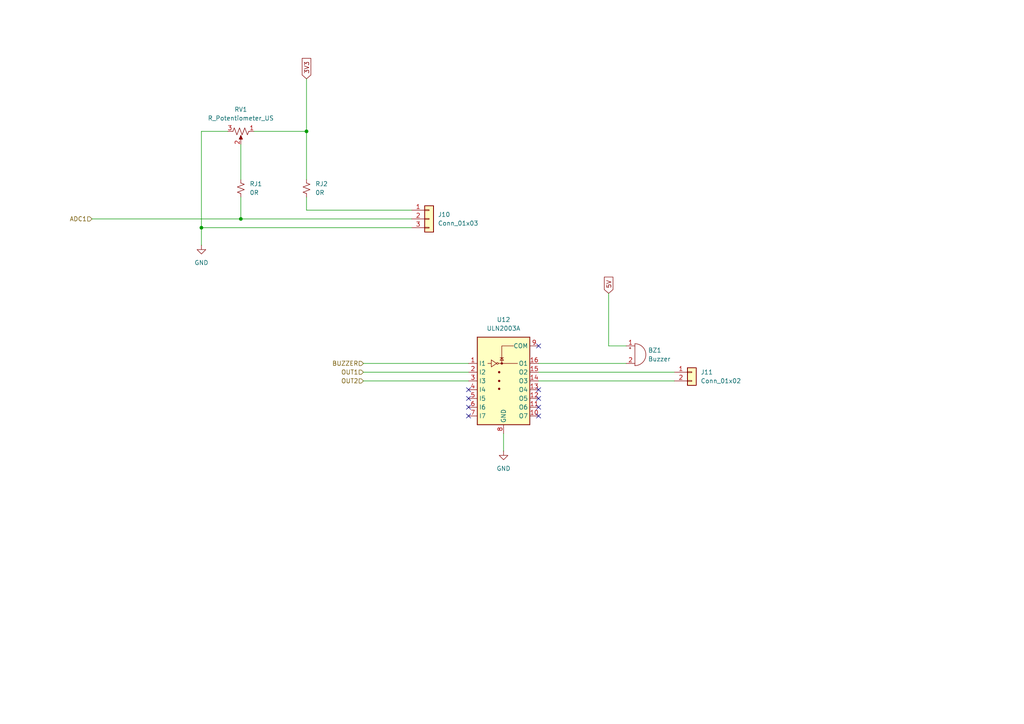
<source format=kicad_sch>
(kicad_sch (version 20250114) (generator "eeschema") (generator_version "9.0")
  (paper "A4")
  (lib_symbols
    (symbol "Connector_Generic:Conn_01x02" (pin_names (offset 1.016) (hide yes))
      (property "Reference" "J" (at 0 2.54 0))
      (property "Value" "Conn_01x02" (at 0 -5.08 0))
      (symbol "Conn_01x02_1_1"
        (rectangle (start -1.27 1.27) (end 1.27 -3.81) (stroke (width 0.254)) (fill (type background)))
        (rectangle (start -1.27 0.127) (end 0 -0.127) (stroke (width 0.1524)))
        (rectangle (start -1.27 -2.413) (end 0 -2.667) (stroke (width 0.1524)))
        (pin passive line (at -5.08 0 0) (length 3.81) (name "Pin_1") (number "1"))
        (pin passive line (at -5.08 -2.54 0) (length 3.81) (name "Pin_2") (number "2"))
      )
    )
    (symbol "Connector_Generic:Conn_01x03" (pin_names (offset 1.016) (hide yes))
      (property "Reference" "J" (at 0 5.08 0))
      (property "Value" "Conn_01x03" (at 0 -5.08 0))
      (symbol "Conn_01x03_1_1"
        (rectangle (start -1.27 3.81) (end 1.27 -3.81) (stroke (width 0.254)) (fill (type background)))
        (rectangle (start -1.27 2.667) (end 0 2.413) (stroke (width 0.1524)))
        (rectangle (start -1.27 0.127) (end 0 -0.127) (stroke (width 0.1524)))
        (rectangle (start -1.27 -2.413) (end 0 -2.667) (stroke (width 0.1524)))
        (pin passive line (at -5.08 2.54 0) (length 3.81) (name "Pin_1") (number "1"))
        (pin passive line (at -5.08 0 0) (length 3.81) (name "Pin_2") (number "2"))
        (pin passive line (at -5.08 -2.54 0) (length 3.81) (name "Pin_3") (number "3"))
      )
    )
    (symbol "Device:Buzzer" (pin_names (offset 0.0254) (hide yes))
      (property "Reference" "BZ" (at 3.81 1.27 0))
      (property "Value" "Buzzer" (at 3.81 -1.27 0))
      (symbol "Buzzer_0_1"
        (polyline (pts (xy -1.651 1.905) (xy -1.143 1.905)))
        (polyline (pts (xy -1.397 2.159) (xy -1.397 1.651)))
        (arc (start 0 3.175) (mid 3.1612 0) (end 0 -3.175))
        (polyline (pts (xy 0 3.175) (xy 0 -3.175)))
      )
      (symbol "Buzzer_1_1"
        (pin passive line (at -2.54 2.54 0) (length 2.54) (name "+") (number "1"))
        (pin passive line (at -2.54 -2.54 0) (length 2.54) (name "-") (number "2"))
      )
    )
    (symbol "Device:R_Potentiometer_US" (pin_names (offset 1.016) (hide yes))
      (property "Reference" "RV" (at -4.445 0 90))
      (property "Value" "R_Potentiometer_US" (at -2.54 0 90))
      (symbol "R_Potentiometer_US_0_1"
        (polyline (pts (xy 0 2.54) (xy 0 2.286)))
        (polyline (pts (xy 0 2.286) (xy 1.016 1.905) (xy 0 1.524) (xy -1.016 1.143) (xy 0 0.762)))
        (polyline (pts (xy 0 0.762) (xy 1.016 0.381) (xy 0 0) (xy -1.016 -0.381) (xy 0 -0.762)))
        (polyline (pts (xy 0 -0.762) (xy 1.016 -1.143) (xy 0 -1.524) (xy -1.016 -1.905) (xy 0 -2.286)))
        (polyline (pts (xy 0 -2.286) (xy 0 -2.54)))
        (polyline (pts (xy 1.143 0) (xy 2.286 0.508) (xy 2.286 -0.508) (xy 1.143 0)) (fill (type outline)))
        (polyline (pts (xy 2.54 0) (xy 1.524 0)))
      )
      (symbol "R_Potentiometer_US_1_1"
        (pin passive line (at 0 3.81 270) (length 1.27) (name "1") (number "1"))
        (pin passive line (at 0 -3.81 90) (length 1.27) (name "3") (number "3"))
        (pin passive line (at 3.81 0 180) (length 1.27) (name "2") (number "2"))
      )
    )
    (symbol "Device:R_Small_US" (pin_numbers (hide yes)) (pin_names (offset 0.254) (hide yes))
      (property "Reference" "R" (at 0.762 0.508 0))
      (property "Value" "R_Small_US" (at 0.762 -1.016 0))
      (symbol "R_Small_US_1_1"
        (polyline (pts (xy 0 1.524) (xy 1.016 1.143) (xy 0 0.762) (xy -1.016 0.381) (xy 0 0)))
        (polyline (pts (xy 0 0) (xy 1.016 -0.381) (xy 0 -0.762) (xy -1.016 -1.143) (xy 0 -1.524)))
        (pin passive line (at 0 2.54 270) (length 1.016) (name "~") (number "1"))
        (pin passive line (at 0 -2.54 90) (length 1.016) (name "~") (number "2"))
      )
    )
    (symbol "Transistor_Array:ULN2003A"
      (property "Reference" "U" (at 0 15.875 0))
      (property "Value" "ULN2003A" (at 0 13.97 0))
      (symbol "ULN2003A_0_1"
        (rectangle (start -7.62 -12.7) (end 7.62 12.7) (stroke (width 0.254)) (fill (type background)))
        (polyline (pts (xy -4.572 5.08) (xy -3.556 5.08)))
        (polyline (pts (xy -3.556 6.096) (xy -3.556 4.064) (xy -2.032 5.08) (xy -3.556 6.096)))
        (circle (center -1.778 5.08) (radius 0.254))
        (polyline (pts (xy -1.524 5.08) (xy 4.064 5.08)))
        (circle (center -1.27 2.54) (radius 0.254) (fill (type outline)))
        (circle (center -1.27 0) (radius 0.254) (fill (type outline)))
        (circle (center -1.27 -2.286) (radius 0.254) (fill (type outline)))
        (circle (center -0.508 5.08) (radius 0.254) (fill (type outline)))
        (polyline (pts (xy -0.508 5.08) (xy -0.508 10.16) (xy 2.921 10.16)))
        (polyline (pts (xy 0 6.731) (xy -1.016 6.731)))
        (polyline (pts (xy 0 5.969) (xy -1.016 5.969) (xy -0.508 6.731) (xy 0 5.969)))
      )
      (symbol "ULN2003A_1_1"
        (pin input line (at -10.16 5.08 0) (length 2.54) (name "I1") (number "1"))
        (pin input line (at -10.16 2.54 0) (length 2.54) (name "I2") (number "2"))
        (pin input line (at -10.16 0 0) (length 2.54) (name "I3") (number "3"))
        (pin input line (at -10.16 -2.54 0) (length 2.54) (name "I4") (number "4"))
        (pin input line (at -10.16 -5.08 0) (length 2.54) (name "I5") (number "5"))
        (pin input line (at -10.16 -7.62 0) (length 2.54) (name "I6") (number "6"))
        (pin input line (at -10.16 -10.16 0) (length 2.54) (name "I7") (number "7"))
        (pin power_in line (at 0 -15.24 90) (length 2.54) (name "GND") (number "8"))
        (pin passive line (at 10.16 10.16 180) (length 2.54) (name "COM") (number "9"))
        (pin open_collector line (at 10.16 5.08 180) (length 2.54) (name "O1") (number "16"))
        (pin open_collector line (at 10.16 2.54 180) (length 2.54) (name "O2") (number "15"))
        (pin open_collector line (at 10.16 0 180) (length 2.54) (name "O3") (number "14"))
        (pin open_collector line (at 10.16 -2.54 180) (length 2.54) (name "O4") (number "13"))
        (pin open_collector line (at 10.16 -5.08 180) (length 2.54) (name "O5") (number "12"))
        (pin open_collector line (at 10.16 -7.62 180) (length 2.54) (name "O6") (number "11"))
        (pin open_collector line (at 10.16 -10.16 180) (length 2.54) (name "O7") (number "10"))
      )
    )
    (symbol "power:GND" (power) (pin_numbers (hide yes)) (pin_names (offset 0) (hide yes))
      (property "Value" "GND" (at 0 -3.81 0))
      (symbol "GND_0_1"
        (polyline (pts (xy 0 0) (xy 0 -1.27) (xy 1.27 -1.27) (xy 0 -2.54) (xy -1.27 -1.27) (xy 0 -1.27)))
      )
      (symbol "GND_1_1"
        (pin power_in line (at 0 0 270) (length 0) (name "~") (number "1"))
      )
    )
  )
  (junction (at 58.42 66.04))
  (junction (at 69.85 63.5))
  (junction (at 88.9 38.1))
  (no_connect (at 156.21 118.11))
  (no_connect (at 135.89 118.11))
  (no_connect (at 156.21 100.33))
  (no_connect (at 135.89 115.57))
  (no_connect (at 156.21 113.03))
  (no_connect (at 156.21 115.57))
  (no_connect (at 156.21 120.65))
  (no_connect (at 135.89 113.03))
  (no_connect (at 135.89 120.65))
  (wire (pts (xy 156.21 105.41) (xy 181.61 105.41)))
  (wire (pts (xy 176.53 100.33) (xy 181.61 100.33)))
  (wire (pts (xy 88.9 57.15) (xy 88.9 60.96)))
  (wire (pts (xy 88.9 60.96) (xy 119.38 60.96)))
  (wire (pts (xy 105.41 107.95) (xy 135.89 107.95)))
  (wire (pts (xy 105.41 105.41) (xy 135.89 105.41)))
  (wire (pts (xy 176.53 85.09) (xy 176.53 100.33)))
  (wire (pts (xy 69.85 57.15) (xy 69.85 63.5)))
  (wire (pts (xy 146.05 125.73) (xy 146.05 130.81)))
  (wire (pts (xy 58.42 66.04) (xy 119.38 66.04)))
  (wire (pts (xy 88.9 38.1) (xy 88.9 52.07)))
  (wire (pts (xy 26.67 63.5) (xy 69.85 63.5)))
  (wire (pts (xy 88.9 22.86) (xy 88.9 38.1)))
  (wire (pts (xy 73.66 38.1) (xy 88.9 38.1)))
  (wire (pts (xy 69.85 63.5) (xy 119.38 63.5)))
  (wire (pts (xy 58.42 38.1) (xy 58.42 66.04)))
  (wire (pts (xy 69.85 52.07) (xy 69.85 41.91)))
  (wire (pts (xy 156.21 107.95) (xy 195.58 107.95)))
  (wire (pts (xy 105.41 110.49) (xy 135.89 110.49)))
  (wire (pts (xy 58.42 66.04) (xy 58.42 71.12)))
  (wire (pts (xy 66.04 38.1) (xy 58.42 38.1)))
  (wire (pts (xy 156.21 110.49) (xy 195.58 110.49)))
  (global_label "5V" (shape input) (at 176.53 85.09 90) (property "Intersheetrefs" "${INTERSHEET_REFS}" (effects (hide yes))))
  (global_label "3V3" (shape input) (at 88.9 22.86 90) (property "Intersheetrefs" "${INTERSHEET_REFS}" (effects (hide yes))))
  (hierarchical_label "ADC1" (shape input) (at 26.67 63.5 180))
  (hierarchical_label "OUT1" (shape input) (at 105.41 107.95 180))
  (hierarchical_label "OUT2" (shape input) (at 105.41 110.49 180))
  (hierarchical_label "BUZZER" (shape input) (at 105.41 105.41 180))
  (symbol (lib_id "Connector_Generic:Conn_01x03") (at 124.46 63.5 0) (unit 1)
    (property "Reference" "J10" (at 127 62.2299 0) (effects (justify left)))
    (property "Value" "Conn_01x03" (at 127 64.7699 0) (effects (justify left)))
    (property "Description" "Generic connector, single row, 01x03, script generated (kicad-library-utils/schlib/autogen/connector/)" (effects (hide yes)))
  )
  (symbol (lib_id "power:GND") (at 58.42 71.12 0) (unit 1)
    (property "Reference" "#PWR044" (effects (hide yes)))
    (property "Value" "GND" (at 58.42 76.2 0))
    (property "Description" "Power symbol creates a global label with name \"GND\" , ground" (effects (hide yes)))
  )
  (symbol (lib_id "Connector_Generic:Conn_01x02") (at 200.66 107.95 0) (unit 1)
    (property "Reference" "J11" (at 203.2 107.9499 0) (effects (justify left)))
    (property "Value" "Conn_01x02" (at 203.2 110.4899 0) (effects (justify left)))
    (property "Footprint" "Connector_JST:JST_EH_B2B-EH-A_1x02_P2.50mm_Vertical" (effects (hide yes)))
    (property "Description" "Generic connector, single row, 01x02, script generated (kicad-library-utils/schlib/autogen/connector/)" (effects (hide yes)))
  )
  (symbol (lib_id "Device:R_Small_US") (at 69.85 54.61 0) (unit 1)
    (property "Reference" "RJ1" (at 72.39 53.3399 0) (effects (justify left)))
    (property "Value" "0R" (at 72.39 55.8799 0) (effects (justify left)))
    (property "Footprint" "Resistor_SMD:R_0805_2012Metric_Pad1.20x1.40mm_HandSolder" (effects (hide yes)))
    (property "Description" "Resistor, small US symbol" (effects (hide yes)))
  )
  (symbol (lib_id "Device:R_Potentiometer_US") (at 69.85 38.1 270) (unit 1)
    (property "Reference" "RV1" (at 69.85 31.75 90))
    (property "Value" "R_Potentiometer_US" (at 69.85 34.29 90))
    (property "Footprint" "Potentiometer_SMD:Potentiometer_Bourns_3314G_Vertical" (effects (hide yes)))
    (property "Description" "Potentiometer, US symbol" (effects (hide yes)))
  )
  (symbol (lib_id "power:GND") (at 146.05 130.81 0) (unit 1)
    (property "Reference" "#PWR045" (effects (hide yes)))
    (property "Value" "GND" (at 146.05 135.89 0))
    (property "Description" "Power symbol creates a global label with name \"GND\" , ground" (effects (hide yes)))
  )
  (symbol (lib_id "Device:R_Small_US") (at 88.9 54.61 180) (unit 1)
    (property "Reference" "RJ2" (at 91.44 53.3399 0) (effects (justify right)))
    (property "Value" "0R" (at 91.44 55.8799 0) (effects (justify right)))
    (property "Footprint" "Resistor_SMD:R_0805_2012Metric_Pad1.20x1.40mm_HandSolder" (effects (hide yes)))
    (property "Description" "Resistor, small US symbol" (effects (hide yes)))
  )
  (symbol (lib_id "Device:Buzzer") (at 184.15 102.87 0) (unit 1)
    (property "Reference" "BZ1" (at 187.96 101.5999 0) (effects (justify left)))
    (property "Value" "Buzzer" (at 187.96 104.1399 0) (effects (justify left)))
    (property "Footprint" "Buzzer_Beeper:Buzzer_12x9.5RM7.6" (effects (hide yes)))
    (property "Description" "Buzzer, polarized" (effects (hide yes)))
  )
  (symbol (lib_id "Transistor_Array:ULN2003A") (at 146.05 110.49 0) (unit 1)
    (property "Reference" "U12" (at 146.05 92.71 0))
    (property "Value" "ULN2003A" (at 146.05 95.25 0))
    (property "Footprint" "Package_SO:SOIC-16_3.9x9.9mm_P1.27mm" (effects (hide yes)))
    (property "Datasheet" "http://www.ti.com/lit/ds/symlink/uln2003a.pdf" (effects (hide yes)))
    (property "Description" "High Voltage, High Current Darlington Transistor Arrays, SOIC16/SOIC16W/DIP16/TSSOP16" (effects (hide yes)))
  )
)
</source>
